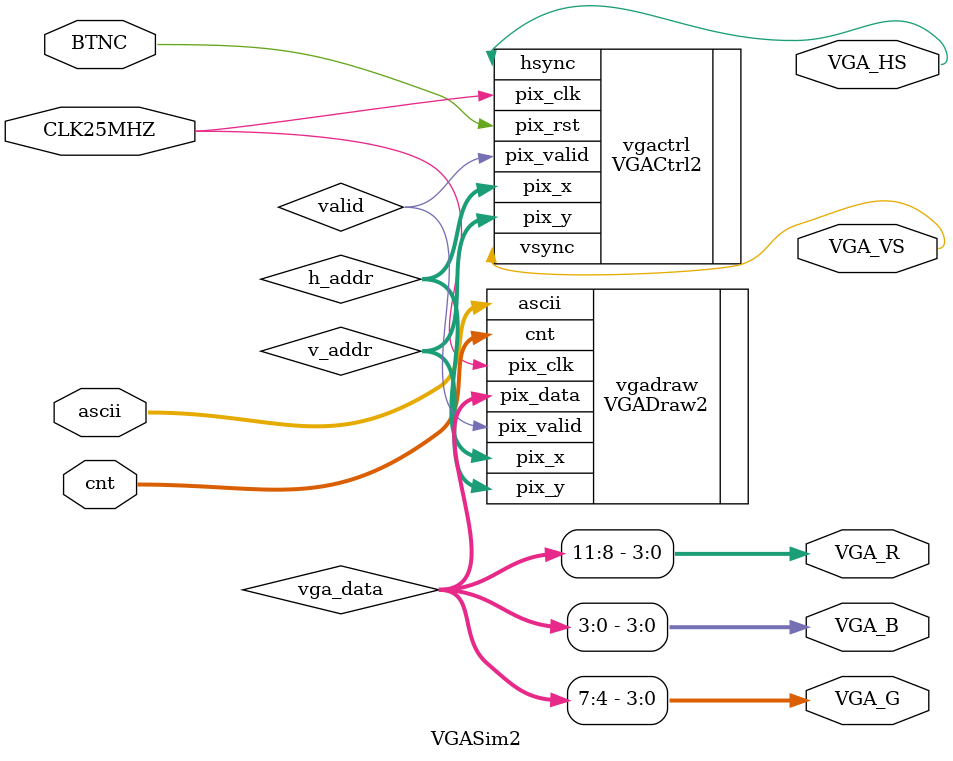
<source format=v>
`timescale 1ns / 1ps


module VGASim2(
    input CLK25MHZ,
    input  BTNC,           // ¸´Î»ÐÅºÅ
    input  [7:0] ascii,
    input  [7:0] cnt,
    output [3:0] VGA_R,    //ºìÉ«ÐÅºÅÖµ
    output [3:0] VGA_G,    //ÂÌÉ«ÐÅºÅÖµ
    output [3:0] VGA_B,     //À¶É«ÐÅºÅÖµ
    output  VGA_HS,         //ÐÐÍ¬²½ÐÅºÅ
    output  VGA_VS          //Ö¡Í¬²½ÐÅºÅ
    );
    wire [11:0] vga_data;
    wire valid;
    wire [11:0] h_addr;
    wire [11:0] v_addr;

    VGACtrl2 vgactrl(.pix_x(h_addr),.pix_y(v_addr),.hsync(VGA_HS),.vsync(VGA_VS),.pix_valid(valid),.pix_clk(CLK25MHZ),.pix_rst(BTNC));
    VGADraw2 vgadraw(.pix_clk(CLK25MHZ),.pix_x(h_addr),.pix_y(v_addr),.pix_valid(valid),.ascii(ascii),.cnt(cnt),.pix_data(vga_data));

    assign VGA_R=vga_data[11:8];
    assign VGA_G=vga_data[7:4];
    assign VGA_B=vga_data[3:0];
endmodule

</source>
